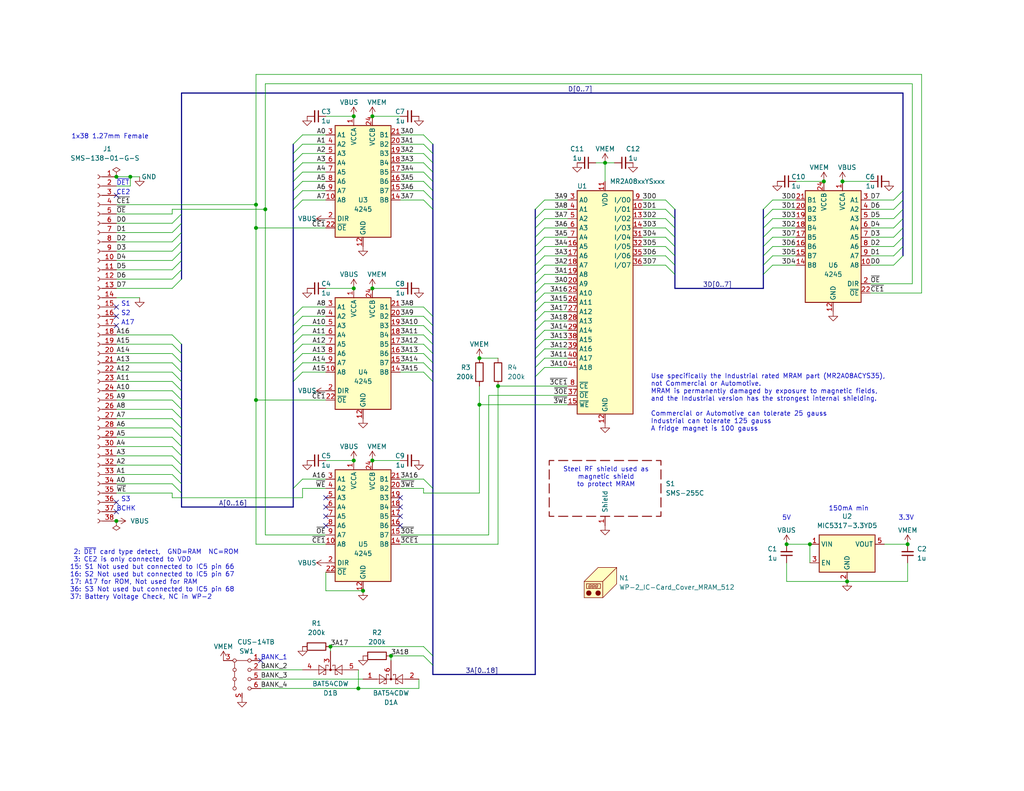
<source format=kicad_sch>
(kicad_sch (version 20231120) (generator "eeschema") (generator_version "8.0")
  (paper "USLetter")
  (title_block (title "WP-2_IC-Card_MRAM_512K") (date "2024-08-22") (rev "015") (company "Brian K. White - b.kenyon.w@gmail.com"))
  (junction (at 69.85 62.23))
  (junction (at 106.68 179.07))
  (junction (at 72.39 57.15))
  (junction (at 101.6 78.74))
  (junction (at 214.63 148.59))
  (junction (at 101.6 125.73))
  (junction (at 31.75 142.24))
  (junction (at 231.14 158.75))
  (junction (at 247.65 148.59))
  (junction (at 229.87 49.53))
  (junction (at 165.1 44.45))
  (junction (at 69.85 109.22))
  (junction (at 97.79 187.96))
  (junction (at 99.06 161.29))
  (junction (at 90.17 176.53))
  (junction (at 101.6 31.75))
  (junction (at 96.52 78.74))
  (junction (at 135.89 105.41))
  (junction (at 224.79 49.53))
  (junction (at 69.85 55.88))
  (junction (at 35.56 48.26))
  (junction (at 220.98 148.59))
  (junction (at 130.81 97.79))
  (junction (at 96.52 125.73))
  (junction (at 96.52 31.75))
  (junction (at 130.81 110.49))
  (junction (at 31.75 48.26))
  (no_connect (at 88.9 138.43))
  (no_connect (at 88.9 140.97))
  (no_connect (at 31.75 53.34))
  (no_connect (at 31.75 86.36))
  (no_connect (at 109.22 138.43))
  (no_connect (at 31.75 139.7))
  (no_connect (at 88.9 135.89))
  (no_connect (at 109.22 135.89))
  (no_connect (at 31.75 137.16))
  (no_connect (at 109.22 140.97))
  (no_connect (at 88.9 143.51))
  (no_connect (at 71.12 180.34))
  (no_connect (at 31.75 88.9))
  (no_connect (at 109.22 143.51))
  (no_connect (at 31.75 83.82))
  (bus_entry (at 49.53 66.04) (size -2.54 2.54))
  (bus_entry (at 184.15 62.23) (size -2.54 -2.54))
  (bus_entry (at 208.28 64.77) (size 2.54 -2.54))
  (bus_entry (at 118.11 96.52) (size -2.54 -2.54))
  (bus_entry (at 184.15 67.31) (size -2.54 -2.54))
  (bus_entry (at 146.05 95.25) (size 2.54 -2.54))
  (bus_entry (at 146.05 80.01) (size 2.54 -2.54))
  (bus_entry (at 246.38 67.31) (size -2.54 2.54))
  (bus_entry (at 49.53 121.92) (size -2.54 -2.54))
  (bus_entry (at 208.28 72.39) (size 2.54 -2.54))
  (bus_entry (at 146.05 97.79) (size 2.54 -2.54))
  (bus_entry (at 146.05 64.77) (size 2.54 -2.54))
  (bus_entry (at 184.15 69.85) (size -2.54 -2.54))
  (bus_entry (at 80.01 57.15) (size 2.54 -2.54))
  (bus_entry (at 118.11 39.37) (size -2.54 -2.54))
  (bus_entry (at 118.11 99.06) (size -2.54 -2.54))
  (bus_entry (at 246.38 54.61) (size -2.54 2.54))
  (bus_entry (at 118.11 41.91) (size -2.54 -2.54))
  (bus_entry (at 49.53 71.12) (size -2.54 2.54))
  (bus_entry (at 49.53 129.54) (size -2.54 -2.54))
  (bus_entry (at 246.38 59.69) (size -2.54 2.54))
  (bus_entry (at 146.05 82.55) (size 2.54 -2.54))
  (bus_entry (at 118.11 133.35) (size -2.54 -2.54))
  (bus_entry (at 146.05 67.31) (size 2.54 -2.54))
  (bus_entry (at 80.01 44.45) (size 2.54 -2.54))
  (bus_entry (at 246.38 57.15) (size -2.54 2.54))
  (bus_entry (at 118.11 93.98) (size -2.54 -2.54))
  (bus_entry (at 146.05 62.23) (size 2.54 -2.54))
  (bus_entry (at 118.11 44.45) (size -2.54 -2.54))
  (bus_entry (at 146.05 100.33) (size 2.54 -2.54))
  (bus_entry (at 80.01 41.91) (size 2.54 -2.54))
  (bus_entry (at 80.01 133.35) (size 2.54 -2.54))
  (bus_entry (at 208.28 69.85) (size 2.54 -2.54))
  (bus_entry (at 246.38 64.77) (size -2.54 2.54))
  (bus_entry (at 146.05 57.15) (size 2.54 -2.54))
  (bus_entry (at 80.01 54.61) (size 2.54 -2.54))
  (bus_entry (at 208.28 62.23) (size 2.54 -2.54))
  (bus_entry (at 49.53 101.6) (size -2.54 -2.54))
  (bus_entry (at 118.11 104.14) (size -2.54 -2.54))
  (bus_entry (at 146.05 85.09) (size 2.54 -2.54))
  (bus_entry (at 49.53 116.84) (size -2.54 -2.54))
  (bus_entry (at 118.11 54.61) (size -2.54 -2.54))
  (bus_entry (at 49.53 96.52) (size -2.54 -2.54))
  (bus_entry (at 146.05 77.47) (size 2.54 -2.54))
  (bus_entry (at 184.15 57.15) (size -2.54 -2.54))
  (bus_entry (at 49.53 124.46) (size -2.54 -2.54))
  (bus_entry (at 49.53 63.5) (size -2.54 2.54))
  (bus_entry (at 208.28 57.15) (size 2.54 -2.54))
  (bus_entry (at 80.01 52.07) (size 2.54 -2.54))
  (bus_entry (at 146.05 92.71) (size 2.54 -2.54))
  (bus_entry (at 118.11 86.36) (size -2.54 -2.54))
  (bus_entry (at 118.11 91.44) (size -2.54 -2.54))
  (bus_entry (at 80.01 88.9) (size 2.54 -2.54))
  (bus_entry (at 80.01 91.44) (size 2.54 -2.54))
  (bus_entry (at 146.05 87.63) (size 2.54 -2.54))
  (bus_entry (at 146.05 102.87) (size 2.54 -2.54))
  (bus_entry (at 80.01 46.99) (size 2.54 -2.54))
  (bus_entry (at 49.53 134.62) (size -2.54 -2.54))
  (bus_entry (at 49.53 106.68) (size -2.54 -2.54))
  (bus_entry (at 49.53 68.58) (size -2.54 2.54))
  (bus_entry (at 208.28 59.69) (size 2.54 -2.54))
  (bus_entry (at 184.15 74.93) (size -2.54 -2.54))
  (bus_entry (at 49.53 114.3) (size -2.54 -2.54))
  (bus_entry (at 184.15 72.39) (size -2.54 -2.54))
  (bus_entry (at 146.05 90.17) (size 2.54 -2.54))
  (bus_entry (at 80.01 39.37) (size 2.54 -2.54))
  (bus_entry (at 208.28 67.31) (size 2.54 -2.54))
  (bus_entry (at 118.11 181.61) (size -2.54 -2.54))
  (bus_entry (at 118.11 46.99) (size -2.54 -2.54))
  (bus_entry (at 80.01 86.36) (size 2.54 -2.54))
  (bus_entry (at 49.53 99.06) (size -2.54 -2.54))
  (bus_entry (at 246.38 69.85) (size -2.54 2.54))
  (bus_entry (at 49.53 111.76) (size -2.54 -2.54))
  (bus_entry (at 118.11 88.9) (size -2.54 -2.54))
  (bus_entry (at 80.01 101.6) (size 2.54 -2.54))
  (bus_entry (at 246.38 52.07) (size -2.54 2.54))
  (bus_entry (at 49.53 58.42) (size -2.54 2.54))
  (bus_entry (at 49.53 119.38) (size -2.54 -2.54))
  (bus_entry (at 80.01 93.98) (size 2.54 -2.54))
  (bus_entry (at 146.05 74.93) (size 2.54 -2.54))
  (bus_entry (at 146.05 72.39) (size 2.54 -2.54))
  (bus_entry (at 115.57 176.53) (size 2.54 2.54))
  (bus_entry (at 118.11 52.07) (size -2.54 -2.54))
  (bus_entry (at 49.53 73.66) (size -2.54 2.54))
  (bus_entry (at 49.53 127) (size -2.54 -2.54))
  (bus_entry (at 208.28 74.93) (size 2.54 -2.54))
  (bus_entry (at 49.53 60.96) (size -2.54 2.54))
  (bus_entry (at 146.05 59.69) (size 2.54 -2.54))
  (bus_entry (at 49.53 132.08) (size -2.54 -2.54))
  (bus_entry (at 49.53 93.98) (size -2.54 -2.54))
  (bus_entry (at 184.15 59.69) (size -2.54 -2.54))
  (bus_entry (at 80.01 104.14) (size 2.54 -2.54))
  (bus_entry (at 49.53 104.14) (size -2.54 -2.54))
  (bus_entry (at 80.01 99.06) (size 2.54 -2.54))
  (bus_entry (at 49.53 76.2) (size -2.54 2.54))
  (bus_entry (at 80.01 96.52) (size 2.54 -2.54))
  (bus_entry (at 118.11 101.6) (size -2.54 -2.54))
  (bus_entry (at 118.11 57.15) (size -2.54 -2.54))
  (bus_entry (at 80.01 49.53) (size 2.54 -2.54))
  (bus_entry (at 246.38 62.23) (size -2.54 2.54))
  (bus_entry (at 184.15 64.77) (size -2.54 -2.54))
  (bus_entry (at 49.53 109.22) (size -2.54 -2.54))
  (bus_entry (at 146.05 69.85) (size 2.54 -2.54))
  (bus_entry (at 118.11 49.53) (size -2.54 -2.54))
  (wire (pts (xy 165.1 44.45) (xy 165.1 49.53)))
  (wire (pts (xy 175.26 54.61) (xy 181.61 54.61)))
  (bus (pts (xy 80.01 41.91) (xy 80.01 44.45)))
  (bus (pts (xy 118.11 52.07) (xy 118.11 49.53)))
  (wire (pts (xy 175.26 62.23) (xy 181.61 62.23)))
  (wire (pts (xy 214.63 158.75) (xy 231.14 158.75)))
  (wire (pts (xy 72.39 57.15) (xy 72.39 22.86)))
  (wire (pts (xy 154.94 67.31) (xy 148.59 67.31)))
  (wire (pts (xy 109.22 31.75) (xy 101.6 31.75)))
  (bus (pts (xy 49.53 138.43) (xy 49.53 134.62)))
  (wire (pts (xy 154.94 87.63) (xy 148.59 87.63)))
  (wire (pts (xy 31.75 71.12) (xy 46.99 71.12)))
  (wire (pts (xy 237.49 62.23) (xy 243.84 62.23)))
  (bus (pts (xy 146.05 100.33) (xy 146.05 102.87)))
  (bus (pts (xy 118.11 96.52) (xy 118.11 93.98)))
  (bus (pts (xy 49.53 104.14) (xy 49.53 106.68)))
  (wire (pts (xy 72.39 146.05) (xy 88.9 146.05)))
  (wire (pts (xy 88.9 36.83) (xy 82.55 36.83)))
  (wire (pts (xy 217.17 69.85) (xy 210.82 69.85)))
  (bus (pts (xy 49.53 73.66) (xy 49.53 76.2)))
  (wire (pts (xy 237.49 57.15) (xy 243.84 57.15)))
  (wire (pts (xy 109.22 44.45) (xy 115.57 44.45)))
  (wire (pts (xy 31.75 58.42) (xy 46.99 58.42)))
  (wire (pts (xy 231.14 158.75) (xy 247.65 158.75)))
  (bus (pts (xy 118.11 54.61) (xy 118.11 57.15)))
  (wire (pts (xy 88.9 52.07) (xy 82.55 52.07)))
  (bus (pts (xy 49.53 25.4) (xy 49.53 58.42)))
  (wire (pts (xy 31.75 93.98) (xy 46.99 93.98)))
  (wire (pts (xy 31.75 132.08) (xy 46.99 132.08)))
  (wire (pts (xy 109.22 91.44) (xy 115.57 91.44)))
  (wire (pts (xy 237.49 54.61) (xy 243.84 54.61)))
  (wire (pts (xy 130.81 110.49) (xy 154.94 110.49)))
  (wire (pts (xy 88.9 49.53) (xy 82.55 49.53)))
  (bus (pts (xy 80.01 96.52) (xy 80.01 93.98)))
  (wire (pts (xy 71.12 185.42) (xy 99.06 185.42)))
  (bus (pts (xy 49.53 96.52) (xy 49.53 99.06)))
  (bus (pts (xy 246.38 64.77) (xy 246.38 62.23)))
  (bus (pts (xy 49.53 106.68) (xy 49.53 109.22)))
  (wire (pts (xy 31.75 129.54) (xy 46.99 129.54)))
  (bus (pts (xy 80.01 49.53) (xy 80.01 46.99)))
  (wire (pts (xy 115.57 134.62) (xy 130.81 134.62)))
  (wire (pts (xy 109.22 78.74) (xy 101.6 78.74)))
  (bus (pts (xy 80.01 101.6) (xy 80.01 99.06)))
  (wire (pts (xy 88.9 86.36) (xy 82.55 86.36)))
  (bus (pts (xy 118.11 39.37) (xy 118.11 41.91)))
  (bus (pts (xy 118.11 179.07) (xy 118.11 181.61)))
  (wire (pts (xy 88.9 93.98) (xy 82.55 93.98)))
  (bus (pts (xy 118.11 52.07) (xy 118.11 54.61)))
  (bus (pts (xy 49.53 71.12) (xy 49.53 73.66)))
  (bus (pts (xy 118.11 99.06) (xy 118.11 96.52)))
  (wire (pts (xy 88.9 96.52) (xy 82.55 96.52)))
  (wire (pts (xy 88.9 78.74) (xy 96.52 78.74)))
  (wire (pts (xy 99.06 161.29) (xy 88.9 161.29)))
  (wire (pts (xy 115.57 133.35) (xy 115.57 134.62)))
  (wire (pts (xy 71.12 187.96) (xy 97.79 187.96)))
  (wire (pts (xy 82.55 133.35) (xy 88.9 133.35)))
  (wire (pts (xy 217.17 72.39) (xy 210.82 72.39)))
  (bus (pts (xy 49.53 138.43) (xy 80.01 138.43)))
  (wire (pts (xy 217.17 64.77) (xy 210.82 64.77)))
  (bus (pts (xy 80.01 52.07) (xy 80.01 49.53)))
  (wire (pts (xy 237.49 72.39) (xy 243.84 72.39)))
  (wire (pts (xy 109.22 39.37) (xy 115.57 39.37)))
  (bus (pts (xy 80.01 44.45) (xy 80.01 46.99)))
  (bus (pts (xy 208.28 64.77) (xy 208.28 67.31)))
  (wire (pts (xy 109.22 99.06) (xy 115.57 99.06)))
  (wire (pts (xy 154.94 80.01) (xy 148.59 80.01)))
  (bus (pts (xy 184.15 72.39) (xy 184.15 69.85)))
  (bus (pts (xy 246.38 57.15) (xy 246.38 54.61)))
  (wire (pts (xy 88.9 91.44) (xy 82.55 91.44)))
  (wire (pts (xy 251.46 20.32) (xy 69.85 20.32)))
  (wire (pts (xy 35.56 48.26) (xy 31.75 48.26)))
  (wire (pts (xy 88.9 44.45) (xy 82.55 44.45)))
  (wire (pts (xy 175.26 57.15) (xy 181.61 57.15)))
  (wire (pts (xy 31.75 76.2) (xy 46.99 76.2)))
  (bus (pts (xy 146.05 59.69) (xy 146.05 62.23)))
  (bus (pts (xy 118.11 99.06) (xy 118.11 101.6)))
  (bus (pts (xy 80.01 93.98) (xy 80.01 91.44)))
  (wire (pts (xy 220.98 148.59) (xy 214.63 148.59)))
  (wire (pts (xy 175.26 64.77) (xy 181.61 64.77)))
  (bus (pts (xy 184.15 78.74) (xy 208.28 78.74)))
  (bus (pts (xy 184.15 69.85) (xy 184.15 67.31)))
  (bus (pts (xy 118.11 93.98) (xy 118.11 91.44)))
  (wire (pts (xy 237.49 69.85) (xy 243.84 69.85)))
  (bus (pts (xy 49.53 66.04) (xy 49.53 68.58)))
  (bus (pts (xy 49.53 63.5) (xy 49.53 66.04)))
  (wire (pts (xy 130.81 97.79) (xy 135.89 97.79)))
  (bus (pts (xy 146.05 72.39) (xy 146.05 74.93)))
  (wire (pts (xy 154.94 92.71) (xy 148.59 92.71)))
  (wire (pts (xy 109.22 36.83) (xy 115.57 36.83)))
  (wire (pts (xy 31.75 121.92) (xy 46.99 121.92)))
  (wire (pts (xy 46.99 134.62) (xy 46.99 135.89)))
  (wire (pts (xy 69.85 20.32) (xy 69.85 55.88)))
  (wire (pts (xy 38.1 81.28) (xy 31.75 81.28)))
  (wire (pts (xy 31.75 68.58) (xy 46.99 68.58)))
  (bus (pts (xy 49.53 109.22) (xy 49.53 111.76)))
  (bus (pts (xy 184.15 74.93) (xy 184.15 72.39)))
  (bus (pts (xy 146.05 57.15) (xy 146.05 59.69)))
  (wire (pts (xy 109.22 148.59) (xy 135.89 148.59)))
  (bus (pts (xy 146.05 69.85) (xy 146.05 72.39)))
  (wire (pts (xy 31.75 96.52) (xy 46.99 96.52)))
  (wire (pts (xy 114.3 187.96) (xy 114.3 185.42)))
  (wire (pts (xy 90.17 176.53) (xy 115.57 176.53)))
  (bus (pts (xy 118.11 133.35) (xy 118.11 179.07)))
  (wire (pts (xy 248.92 22.86) (xy 248.92 77.47)))
  (bus (pts (xy 246.38 25.4) (xy 49.53 25.4)))
  (wire (pts (xy 109.22 125.73) (xy 101.6 125.73)))
  (wire (pts (xy 69.85 62.23) (xy 88.9 62.23)))
  (wire (pts (xy 69.85 148.59) (xy 88.9 148.59)))
  (wire (pts (xy 106.68 179.07) (xy 106.68 180.34)))
  (wire (pts (xy 38.1 48.26) (xy 35.56 48.26)))
  (wire (pts (xy 69.85 62.23) (xy 69.85 109.22)))
  (wire (pts (xy 31.75 114.3) (xy 46.99 114.3)))
  (wire (pts (xy 217.17 57.15) (xy 210.82 57.15)))
  (wire (pts (xy 31.75 104.14) (xy 46.99 104.14)))
  (wire (pts (xy 220.98 148.59) (xy 220.98 153.67)))
  (wire (pts (xy 106.68 179.07) (xy 115.57 179.07)))
  (bus (pts (xy 208.28 64.77) (xy 208.28 62.23)))
  (wire (pts (xy 154.94 74.93) (xy 148.59 74.93)))
  (bus (pts (xy 208.28 72.39) (xy 208.28 69.85)))
  (wire (pts (xy 31.75 119.38) (xy 46.99 119.38)))
  (bus (pts (xy 49.53 132.08) (xy 49.53 129.54)))
  (wire (pts (xy 135.89 148.59) (xy 135.89 105.41)))
  (bus (pts (xy 146.05 64.77) (xy 146.05 67.31)))
  (bus (pts (xy 146.05 92.71) (xy 146.05 95.25)))
  (wire (pts (xy 69.85 109.22) (xy 88.9 109.22)))
  (wire (pts (xy 130.81 105.41) (xy 130.81 110.49)))
  (bus (pts (xy 118.11 88.9) (xy 118.11 86.36)))
  (bus (pts (xy 49.53 101.6) (xy 49.53 104.14)))
  (bus (pts (xy 80.01 133.35) (xy 80.01 138.43)))
  (wire (pts (xy 154.94 54.61) (xy 148.59 54.61)))
  (bus (pts (xy 146.05 80.01) (xy 146.05 82.55)))
  (wire (pts (xy 217.17 49.53) (xy 224.79 49.53)))
  (bus (pts (xy 118.11 44.45) (xy 118.11 41.91)))
  (bus (pts (xy 49.53 114.3) (xy 49.53 116.84)))
  (bus (pts (xy 146.05 67.31) (xy 146.05 69.85)))
  (bus (pts (xy 146.05 97.79) (xy 146.05 100.33)))
  (wire (pts (xy 31.75 124.46) (xy 46.99 124.46)))
  (bus (pts (xy 246.38 52.07) (xy 246.38 25.4)))
  (wire (pts (xy 31.75 91.44) (xy 46.99 91.44)))
  (wire (pts (xy 154.94 77.47) (xy 148.59 77.47)))
  (wire (pts (xy 31.75 111.76) (xy 46.99 111.76)))
  (wire (pts (xy 109.22 93.98) (xy 115.57 93.98)))
  (wire (pts (xy 109.22 88.9) (xy 115.57 88.9)))
  (bus (pts (xy 49.53 111.76) (xy 49.53 114.3)))
  (wire (pts (xy 71.12 182.88) (xy 82.55 182.88)))
  (wire (pts (xy 88.9 46.99) (xy 82.55 46.99)))
  (wire (pts (xy 46.99 57.15) (xy 72.39 57.15)))
  (bus (pts (xy 118.11 184.15) (xy 146.05 184.15)))
  (bus (pts (xy 118.11 91.44) (xy 118.11 88.9)))
  (wire (pts (xy 31.75 99.06) (xy 46.99 99.06)))
  (wire (pts (xy 72.39 22.86) (xy 248.92 22.86)))
  (wire (pts (xy 154.94 72.39) (xy 148.59 72.39)))
  (bus (pts (xy 49.53 58.42) (xy 49.53 60.96)))
  (bus (pts (xy 208.28 74.93) (xy 208.28 72.39)))
  (wire (pts (xy 88.9 31.75) (xy 96.52 31.75)))
  (bus (pts (xy 146.05 102.87) (xy 146.05 184.15)))
  (wire (pts (xy 46.99 135.89) (xy 82.55 135.89)))
  (wire (pts (xy 109.22 133.35) (xy 115.57 133.35)))
  (wire (pts (xy 31.75 109.22) (xy 46.99 109.22)))
  (wire (pts (xy 133.35 146.05) (xy 133.35 107.95)))
  (wire (pts (xy 237.49 77.47) (xy 248.92 77.47)))
  (wire (pts (xy 88.9 54.61) (xy 82.55 54.61)))
  (wire (pts (xy 88.9 130.81) (xy 82.55 130.81)))
  (wire (pts (xy 162.56 44.45) (xy 165.1 44.45)))
  (wire (pts (xy 97.79 182.88) (xy 97.79 187.96)))
  (wire (pts (xy 133.35 107.95) (xy 154.94 107.95)))
  (bus (pts (xy 184.15 59.69) (xy 184.15 57.15)))
  (wire (pts (xy 109.22 46.99) (xy 115.57 46.99)))
  (bus (pts (xy 118.11 57.15) (xy 118.11 86.36)))
  (wire (pts (xy 97.79 187.96) (xy 114.3 187.96)))
  (bus (pts (xy 246.38 54.61) (xy 246.38 52.07)))
  (bus (pts (xy 146.05 95.25) (xy 146.05 97.79)))
  (wire (pts (xy 154.94 57.15) (xy 148.59 57.15)))
  (bus (pts (xy 118.11 101.6) (xy 118.11 104.14)))
  (wire (pts (xy 135.89 105.41) (xy 154.94 105.41)))
  (wire (pts (xy 154.94 82.55) (xy 148.59 82.55)))
  (wire (pts (xy 35.56 50.8) (xy 31.75 50.8)))
  (bus (pts (xy 49.53 119.38) (xy 49.53 121.92)))
  (wire (pts (xy 109.22 41.91) (xy 115.57 41.91)))
  (wire (pts (xy 88.9 161.29) (xy 88.9 156.21)))
  (wire (pts (xy 217.17 59.69) (xy 210.82 59.69)))
  (bus (pts (xy 208.28 62.23) (xy 208.28 59.69)))
  (wire (pts (xy 31.75 60.96) (xy 46.99 60.96)))
  (bus (pts (xy 80.01 57.15) (xy 80.01 86.36)))
  (bus (pts (xy 208.28 67.31) (xy 208.28 69.85)))
  (bus (pts (xy 118.11 181.61) (xy 118.11 184.15)))
  (bus (pts (xy 80.01 104.14) (xy 80.01 133.35)))
  (bus (pts (xy 146.05 87.63) (xy 146.05 90.17)))
  (bus (pts (xy 80.01 91.44) (xy 80.01 88.9)))
  (wire (pts (xy 46.99 57.15) (xy 46.99 58.42)))
  (wire (pts (xy 251.46 20.32) (xy 251.46 80.01)))
  (wire (pts (xy 154.94 62.23) (xy 148.59 62.23)))
  (bus (pts (xy 80.01 39.37) (xy 80.01 41.91)))
  (bus (pts (xy 146.05 90.17) (xy 146.05 92.71)))
  (wire (pts (xy 31.75 66.04) (xy 46.99 66.04)))
  (wire (pts (xy 241.3 148.59) (xy 247.65 148.59)))
  (bus (pts (xy 80.01 54.61) (xy 80.01 57.15)))
  (wire (pts (xy 154.94 90.17) (xy 148.59 90.17)))
  (wire (pts (xy 109.22 86.36) (xy 115.57 86.36)))
  (wire (pts (xy 35.56 48.26) (xy 35.56 50.8)))
  (wire (pts (xy 154.94 85.09) (xy 148.59 85.09)))
  (wire (pts (xy 217.17 67.31) (xy 210.82 67.31)))
  (wire (pts (xy 175.26 67.31) (xy 181.61 67.31)))
  (wire (pts (xy 82.55 135.89) (xy 82.55 133.35)))
  (wire (pts (xy 109.22 130.81) (xy 115.57 130.81)))
  (bus (pts (xy 49.53 127) (xy 49.53 129.54)))
  (wire (pts (xy 109.22 52.07) (xy 115.57 52.07)))
  (wire (pts (xy 175.26 72.39) (xy 181.61 72.39)))
  (wire (pts (xy 214.63 153.67) (xy 214.63 158.75)))
  (wire (pts (xy 90.17 176.53) (xy 90.17 177.8)))
  (bus (pts (xy 146.05 85.09) (xy 146.05 87.63)))
  (bus (pts (xy 49.53 99.06) (xy 49.53 101.6)))
  (bus (pts (xy 118.11 49.53) (xy 118.11 46.99)))
  (wire (pts (xy 88.9 125.73) (xy 96.52 125.73)))
  (bus (pts (xy 80.01 54.61) (xy 80.01 52.07)))
  (wire (pts (xy 72.39 57.15) (xy 72.39 146.05)))
  (wire (pts (xy 154.94 97.79) (xy 148.59 97.79)))
  (wire (pts (xy 88.9 101.6) (xy 82.55 101.6)))
  (wire (pts (xy 31.75 73.66) (xy 46.99 73.66)))
  (bus (pts (xy 246.38 69.85) (xy 246.38 67.31)))
  (bus (pts (xy 146.05 82.55) (xy 146.05 85.09)))
  (bus (pts (xy 208.28 78.74) (xy 208.28 74.93)))
  (wire (pts (xy 237.49 67.31) (xy 243.84 67.31)))
  (wire (pts (xy 31.75 55.88) (xy 69.85 55.88)))
  (bus (pts (xy 184.15 67.31) (xy 184.15 64.77)))
  (wire (pts (xy 237.49 64.77) (xy 243.84 64.77)))
  (wire (pts (xy 217.17 54.61) (xy 210.82 54.61)))
  (wire (pts (xy 154.94 64.77) (xy 148.59 64.77)))
  (wire (pts (xy 175.26 69.85) (xy 181.61 69.85)))
  (bus (pts (xy 184.15 64.77) (xy 184.15 62.23)))
  (bus (pts (xy 246.38 67.31) (xy 246.38 64.77)))
  (bus (pts (xy 49.53 124.46) (xy 49.53 127)))
  (wire (pts (xy 88.9 88.9) (xy 82.55 88.9)))
  (bus (pts (xy 49.53 116.84) (xy 49.53 119.38)))
  (wire (pts (xy 109.22 96.52) (xy 115.57 96.52)))
  (bus (pts (xy 184.15 62.23) (xy 184.15 59.69)))
  (wire (pts (xy 46.99 134.62) (xy 31.75 134.62)))
  (wire (pts (xy 109.22 101.6) (xy 115.57 101.6)))
  (wire (pts (xy 109.22 54.61) (xy 115.57 54.61)))
  (bus (pts (xy 246.38 59.69) (xy 246.38 57.15)))
  (wire (pts (xy 154.94 100.33) (xy 148.59 100.33)))
  (wire (pts (xy 154.94 59.69) (xy 148.59 59.69)))
  (bus (pts (xy 246.38 62.23) (xy 246.38 59.69)))
  (wire (pts (xy 154.94 69.85) (xy 148.59 69.85)))
  (bus (pts (xy 49.53 68.58) (xy 49.53 71.12)))
  (wire (pts (xy 109.22 83.82) (xy 115.57 83.82)))
  (wire (pts (xy 31.75 63.5) (xy 46.99 63.5)))
  (wire (pts (xy 31.75 116.84) (xy 46.99 116.84)))
  (bus (pts (xy 146.05 77.47) (xy 146.05 80.01)))
  (wire (pts (xy 31.75 127) (xy 46.99 127)))
  (bus (pts (xy 49.53 121.92) (xy 49.53 124.46)))
  (wire (pts (xy 31.75 78.74) (xy 46.99 78.74)))
  (wire (pts (xy 130.81 134.62) (xy 130.81 110.49)))
  (bus (pts (xy 49.53 134.62) (xy 49.53 132.08)))
  (wire (pts (xy 88.9 99.06) (xy 82.55 99.06)))
  (wire (pts (xy 31.75 101.6) (xy 46.99 101.6)))
  (bus (pts (xy 80.01 104.14) (xy 80.01 101.6)))
  (wire (pts (xy 247.65 158.75) (xy 247.65 153.67)))
  (bus (pts (xy 184.15 78.74) (xy 184.15 74.93)))
  (bus (pts (xy 146.05 62.23) (xy 146.05 64.77)))
  (bus (pts (xy 118.11 46.99) (xy 118.11 44.45)))
  (wire (pts (xy 88.9 83.82) (xy 82.55 83.82)))
  (bus (pts (xy 118.11 104.14) (xy 118.11 133.35)))
  (wire (pts (xy 167.64 44.45) (xy 165.1 44.45)))
  (wire (pts (xy 217.17 62.23) (xy 210.82 62.23)))
  (bus (pts (xy 80.01 99.06) (xy 80.01 96.52)))
  (wire (pts (xy 88.9 41.91) (xy 82.55 41.91)))
  (bus (pts (xy 208.28 59.69) (xy 208.28 57.15)))
  (wire (pts (xy 237.49 80.01) (xy 251.46 80.01)))
  (wire (pts (xy 88.9 39.37) (xy 82.55 39.37)))
  (bus (pts (xy 49.53 60.96) (xy 49.53 63.5)))
  (wire (pts (xy 69.85 55.88) (xy 69.85 62.23)))
  (wire (pts (xy 237.49 59.69) (xy 243.84 59.69)))
  (bus (pts (xy 146.05 74.93) (xy 146.05 77.47)))
  (wire (pts (xy 69.85 109.22) (xy 69.85 148.59)))
  (wire (pts (xy 109.22 146.05) (xy 133.35 146.05)))
  (wire (pts (xy 31.75 106.68) (xy 46.99 106.68)))
  (wire (pts (xy 175.26 59.69) (xy 181.61 59.69)))
  (wire (pts (xy 237.49 49.53) (xy 229.87 49.53)))
  (bus (pts (xy 49.53 93.98) (xy 49.53 96.52)))
  (bus (pts (xy 80.01 88.9) (xy 80.01 86.36)))
  (wire (pts (xy 154.94 95.25) (xy 148.59 95.25)))
  (wire (pts (xy 109.22 49.53) (xy 115.57 49.53)))
  (text "Use specifically the Industrial rated MRAM part (MR2A08ACYS35),\nnot Commercial or Automotive.\nMRAM is permanently damaged by exposure to magnetic fields,\nand the Industrial version has the strongest internal shielding.\n\nCommercial or Automotive can tolerate 25 gauss\nIndustrial can tolerate 125 gauss\nA fridge magnet is 100 gauss\n" (at 177.546 102.108 0) (effects (font (size 1.27 1.27)) (justify left top)))
  (text "5V" (at 213.36 142.24 0) (effects (font (size 1.27 1.27)) (justify left bottom)))
  (text "Steel RF shield used as\nmagnetic shield\nto protect MRAM" (at 165.354 130.302 0) (effects (font (size 1.27 1.27))))
  (text "BCHK" (at 31.75 139.7 0) (effects (font (size 1.27 1.27)) (justify left bottom)))
  (text "CE2" (at 31.75 53.34 0) (effects (font (size 1.27 1.27)) (justify left bottom)))
  (text "S1" (at 33.02 83.82 0) (effects (font (size 1.27 1.27)) (justify left bottom)))
  (text "A17" (at 33.02 88.9 0) (effects (font (size 1.27 1.27)) (justify left bottom)))
  (text "1x38 1.27mm Female" (at 40.64 38.1 0) (effects (font (size 1.27 1.27)) (justify right bottom)))
  (text "~{DET}" (at 31.75 50.8 0) (effects (font (size 1.27 1.27)) (justify left bottom)))
  (text "150mA min" (at 226.06 139.7 0) (effects (font (size 1.27 1.27)) (justify left bottom)))
  (text "S2" (at 33.02 86.36 0) (effects (font (size 1.27 1.27)) (justify left bottom)))
  (text " 2: ~{DET} card type detect,  GND=RAM  NC=ROM\n 3: CE2 is only connected to VDD\n15: S1 Not used but connected to IC5 pin 66\n16: S2 Not used but connected to IC5 pin 67\n17: A17 for ROM, Not used for RAM\n36: S3 Not used but connected to IC5 pin 68\n37: Battery Voltage Check, NC in WP-2\n" (at 19.05 163.83 0) (effects (font (size 1.27 1.27)) (justify left bottom)))
  (text "BANK_1" (at 71.12 180.34 0) (effects (font (size 1.27 1.27)) (justify left bottom)))
  (text "S3" (at 33.02 137.16 0) (effects (font (size 1.27 1.27)) (justify left bottom)))
  (text "3.3V" (at 245.11 142.24 0) (effects (font (size 1.27 1.27)) (justify left bottom)))
  (label "BANK_2" (at 71.12 182.88 0))
  (label "3D3" (at 175.26 62.23 0))
  (label "3A13" (at 154.94 92.71 180))
  (label "A10" (at 31.75 106.68 0))
  (label "D6" (at 237.49 57.15 0))
  (label "~{WE}" (at 88.9 133.35 180))
  (label "~{3OE}" (at 154.94 107.95 180))
  (label "3A12" (at 109.22 93.98 0))
  (label "3A6" (at 154.94 62.23 180))
  (label "A14" (at 88.9 99.06 180))
  (label "~{3CE1}" (at 109.22 148.59 0))
  (label "D0" (at 31.75 60.96 0))
  (label "3A4" (at 154.94 67.31 180))
  (label "D1" (at 237.49 69.85 0))
  (label "3D4" (at 217.17 72.39 180))
  (label "A11" (at 31.75 104.14 0))
  (label "~{CE1}" (at 31.75 55.88 0))
  (label "D0" (at 237.49 72.39 0))
  (label "3D7" (at 175.26 72.39 0))
  (label "3A0" (at 154.94 77.47 180))
  (label "A9" (at 88.9 86.36 180))
  (label "D[0..7]" (at 154.94 25.4 0))
  (label "3A3" (at 109.22 44.45 0))
  (label "D3" (at 31.75 68.58 0))
  (label "A9" (at 31.75 109.22 0))
  (label "A8" (at 88.9 83.82 180))
  (label "3A5" (at 109.22 49.53 0))
  (label "A15" (at 88.9 101.6 180))
  (label "D7" (at 31.75 78.74 0))
  (label "A14" (at 31.75 96.52 0))
  (label "A16" (at 31.75 91.44 0))
  (label "3A13" (at 109.22 96.52 0))
  (label "3D5" (at 175.26 67.31 0))
  (label "~{3CE1}" (at 154.94 105.41 180))
  (label "3A12" (at 154.94 95.25 180))
  (label "~{3WE}" (at 109.22 133.35 0))
  (label "3A17" (at 90.17 176.53 0))
  (label "3A16" (at 109.22 130.81 0))
  (label "A13" (at 88.9 96.52 180))
  (label "BANK_4" (at 71.12 187.96 0))
  (label "A8" (at 31.75 111.76 0))
  (label "A1" (at 88.9 39.37 180))
  (label "3A1" (at 154.94 74.93 180))
  (label "A12" (at 88.9 93.98 180))
  (label "3D3" (at 217.17 59.69 180))
  (label "A3" (at 88.9 44.45 180))
  (label "BANK_3" (at 71.12 185.42 0))
  (label "3A17" (at 154.94 85.09 180))
  (label "3A7" (at 154.94 59.69 180))
  (label "3D[0..7]" (at 191.77 78.74 0))
  (label "3A14" (at 109.22 99.06 0))
  (label "D3" (at 237.49 64.77 0))
  (label "D5" (at 31.75 73.66 0))
  (label "D7" (at 237.49 54.61 0))
  (label "A7" (at 31.75 114.3 0))
  (label "A15" (at 31.75 93.98 0))
  (label "A3" (at 31.75 124.46 0))
  (label "A10" (at 88.9 88.9 180))
  (label "3A8" (at 154.94 57.15 180))
  (label "A6" (at 88.9 52.07 180))
  (label "3A2" (at 154.94 72.39 180))
  (label "A12" (at 31.75 101.6 0))
  (label "D2" (at 237.49 67.31 0))
  (label "3A2" (at 109.22 41.91 0))
  (label "A5" (at 31.75 119.38 0))
  (label "A6" (at 31.75 116.84 0))
  (label "A11" (at 88.9 91.44 180))
  (label "3A[0..18]" (at 127 184.15 0))
  (label "D1" (at 31.75 63.5 0))
  (label "3A1" (at 109.22 39.37 0))
  (label "~{CE1}" (at 88.9 148.59 180))
  (label "~{3WE}" (at 154.94 110.49 180))
  (label "~{OE}" (at 31.75 58.42 0))
  (label "A2" (at 31.75 127 0))
  (label "A0" (at 88.9 36.83 180))
  (label "3D7" (at 217.17 64.77 180))
  (label "3D1" (at 217.17 57.15 180))
  (label "3A10" (at 109.22 88.9 0))
  (label "3A4" (at 109.22 46.99 0))
  (label "3D2" (at 175.26 59.69 0))
  (label "A7" (at 88.9 54.61 180))
  (label "~{OE}" (at 237.49 77.47 0))
  (label "A13" (at 31.75 99.06 0))
  (label "~{CE1}" (at 237.49 80.01 0))
  (label "~{OE}" (at 88.9 146.05 180))
  (label "A2" (at 88.9 41.91 180))
  (label "3A18" (at 154.94 87.63 180))
  (label "3A9" (at 154.94 54.61 180))
  (label "3A5" (at 154.94 64.77 180))
  (label "3A3" (at 154.94 69.85 180))
  (label "3D1" (at 175.26 57.15 0))
  (label "~{3OE}" (at 109.22 146.05 0))
  (label "A[0..16]" (at 59.69 138.43 0))
  (label "3A8" (at 109.22 83.82 0))
  (label "3D5" (at 217.17 69.85 180))
  (label "D4" (at 237.49 62.23 0))
  (label "3A10" (at 154.94 100.33 180))
  (label "3D0" (at 175.26 54.61 0))
  (label "A5" (at 88.9 49.53 180))
  (label "3A0" (at 109.22 36.83 0))
  (label "3D2" (at 217.17 62.23 180))
  (label "~{CE1}" (at 88.9 62.23 180))
  (label "3A16" (at 154.94 80.01 180))
  (label "D2" (at 31.75 66.04 0))
  (label "3A7" (at 109.22 54.61 0))
  (label "3A11" (at 109.22 91.44 0))
  (label "3D6" (at 175.26 69.85 0))
  (label "3A15" (at 154.94 82.55 180))
  (label "3D6" (at 217.17 67.31 180))
  (label "A16" (at 88.9 130.81 180))
  (label "3A14" (at 154.94 90.17 180))
  (label "A1" (at 31.75 129.54 0))
  (label "~{WE}" (at 31.75 134.62 0))
  (label "A0" (at 31.75 132.08 0))
  (label "3A15" (at 109.22 101.6 0))
  (label "D6" (at 31.75 76.2 0))
  (label "D5" (at 237.49 59.69 0))
  (label "3A18" (at 106.68 179.07 0))
  (label "3D4" (at 175.26 64.77 0))
  (label "~{CE1}" (at 88.9 109.22 180))
  (label "D4" (at 31.75 71.12 0))
  (label "3A6" (at 109.22 52.07 0))
  (label "3A9" (at 109.22 86.36 0))
  (label "A4" (at 88.9 46.99 180))
  (label "A4" (at 31.75 121.92 0))
  (label "3D0" (at 217.17 54.61 180))
  (label "3A11" (at 154.94 97.79 180))
  (symbol (lib_id "000_LOCAL:Conn_01x38_Female") (at 26.67 93.98 0) (mirror y) (unit 1)
    (property "Reference" "J1" (at 30.48 40.64 0) (effects (justify left)))
    (property "Value" "SMS-138-01-G-S" (at 38.1 43.18 0) (effects (justify left)))
    (property "Footprint" "000_LOCAL:SMS-138-01-x-x_pcb_edge" (effects (hide yes)))
    (property "Datasheet" "datasheets/sms_th.pdf" (effects (hide yes)))
    (property "Description" "CONN SOCKET .050\" 38POS" (effects (hide yes)))
    (property "MPN" "SMS-138-01-G-S" (effects (hide yes)))
  )
  (symbol (lib_id "000_LOCAL:GND") (at 165.1 115.57 0) (unit 1)
    (property "Reference" "#PWR0106" (effects (hide yes)))
    (property "Value" "GND" (effects (hide yes)))
  )
  (symbol (lib_id "000_LOCAL:GND") (at 38.1 81.28 0) (mirror y) (unit 1)
    (property "Reference" "#PWR0108" (effects (hide yes)))
    (property "Value" "GND" (effects (hide yes)))
  )
  (symbol (lib_name "C_Small_5") (lib_id "000_LOCAL:C_Small") (at 86.36 31.75 270) (unit 1)
    (property "Reference" "C3" (at 87.63 30.48 90) (effects (justify left)))
    (property "Value" "1u" (at 87.63 33.02 90) (effects (justify left)))
    (property "Footprint" "000_LOCAL:C_0805_1mm" (effects (hide yes)))
    (property "Description" "CAP CER 1UF 50V X7R 0805" (effects (hide yes)))
    (property "MPN" "CL21B105KBFNFNE" (effects (hide yes)))
  )
  (symbol (lib_name "BAT54CDW_1") (lib_id "000_LOCAL:BAT54CDW") (at 90.17 182.88 0) (mirror x) (unit 2)
    (property "Reference" "D1" (at 90.17 189.23 0))
    (property "Value" "BAT54CDW" (at 90.17 186.69 0))
    (property "Footprint" "000_LOCAL:TSSOP-6-symmetric" (effects (hide yes)))
    (property "Datasheet" "datasheets/BAT54CDW.pdf" (effects (hide yes)))
    (property "Description" "DIODE ARR SCHOT 30V 200MA SOT363" (effects (hide yes)))
    (property "MPN" "BAT54CDW-7-F" (effects (hide yes)))
  )
  (symbol (lib_id "000_LOCAL:VBUS") (at 88.9 153.67 90) (unit 1)
    (property "Reference" "#PWR012" (effects (hide yes)))
    (property "Value" "VBUS" (at 83.82 153.67 90))
  )
  (symbol (lib_id "000_LOCAL:GND") (at 99.06 67.31 0) (mirror y) (unit 1)
    (property "Reference" "#PWR011" (effects (hide yes)))
    (property "Value" "GND" (effects (hide yes)))
  )
  (symbol (lib_id "000_LOCAL:Housing") (at 165.1 158.75 0) (unit 1) (exclude_from_sim yes)
    (property "Reference" "N1" (at 168.91 157.7974 0) (effects (justify left)))
    (property "Value" "WP-2_IC-Card_Cover_MRAM_512" (at 168.91 160.3374 0) (effects (justify left)))
    (property "Footprint" "000_LOCAL:WP-2_IC-Card_Cover_MRAM_512" (effects (hide yes)))
    (property "Description" "Housing" (effects (hide yes)))
  )
  (symbol (lib_id "000_LOCAL:VMEM") (at 101.6 125.73 0) (unit 1)
    (property "Reference" "#PWR015" (effects (hide yes)))
    (property "Value" "VMEM" (at 102.87 121.92 0))
  )
  (symbol (lib_id "000_LOCAL:4245") (at 99.06 96.52 0) (unit 1)
    (property "Reference" "U4" (at 99.06 101.6 0))
    (property "Value" "4245" (at 99.06 104.14 0))
    (property "Footprint" "000_LOCAL:TSSOP-24_4.4x7.8mm_P0.65mm" (effects (hide yes)))
    (property "Datasheet" "datasheets/LVC4245.pdf" (effects (hide yes)))
    (property "Description" "IC TRANSLATOR BIDIR 24TSSOP" (effects (hide yes)))
    (property "MPN" "74LVC4245APW,118" (effects (hide yes)))
  )
  (symbol (lib_id "000_LOCAL:GND") (at 165.1 143.51 0) (unit 1)
    (property "Reference" "#PWR024" (effects (hide yes)))
    (property "Value" "GND" (effects (hide yes)))
  )
  (symbol (lib_id "000_LOCAL:VBUS") (at 88.9 106.68 90) (unit 1)
    (property "Reference" "#PWR04" (effects (hide yes)))
    (property "Value" "VBUS" (at 83.82 106.68 90))
  )
  (symbol (lib_id "000_LOCAL:VMEM") (at 224.79 49.53 0) (mirror y) (unit 1)
    (property "Reference" "#PWR019" (effects (hide yes)))
    (property "Value" "VMEM" (at 223.52 45.72 0))
  )
  (symbol (lib_id "000_LOCAL:GND") (at 83.82 31.75 0) (unit 1)
    (property "Reference" "#PWR0104" (effects (hide yes)))
    (property "Value" "GND" (effects (hide yes)))
  )
  (symbol (lib_id "000_LOCAL:GND") (at 212.09 49.53 0) (unit 1)
    (property "Reference" "#PWR036" (effects (hide yes)))
    (property "Value" "GND" (effects (hide yes)))
  )
  (symbol (lib_id "000_LOCAL:MIC5365-3.3YD5") (at 231.14 151.13 0) (unit 1)
    (property "Reference" "U2" (at 231.14 140.97 0))
    (property "Value" "MIC5317-3.3YD5" (at 231.14 143.51 0))
    (property "Footprint" "000_LOCAL:TSOT-23-5" (effects (hide yes)))
    (property "Datasheet" "datasheets/MIC5317.pdf" (effects (hide yes)))
    (property "Description" "IC REG LIN 3.3V 150MA TSOT23-5" (effects (hide yes)))
    (property "MPN" "MIC5317-3.3YD5" (effects (hide yes)))
  )
  (symbol (lib_id "000_LOCAL:GND") (at 172.72 44.45 0) (unit 1)
    (property "Reference" "#PWR029" (effects (hide yes)))
    (property "Value" "GND" (effects (hide yes)))
  )
  (symbol (lib_name "C_Small_5") (lib_id "000_LOCAL:C_Small") (at 240.03 49.53 90) (mirror x) (unit 1)
    (property "Reference" "C6" (at 238.76 48.26 90) (effects (justify left)))
    (property "Value" "1u" (at 238.76 50.8 90) (effects (justify left)))
    (property "Footprint" "000_LOCAL:C_0805_1mm" (effects (hide yes)))
    (property "Description" "CAP CER 1UF 50V X7R 0805" (effects (hide yes)))
    (property "MPN" "CL21B105KBFNFNE" (effects (hide yes)))
  )
  (symbol (lib_name "C_Small_5") (lib_id "000_LOCAL:C_Small") (at 214.63 49.53 270) (unit 1)
    (property "Reference" "C10" (at 215.9 48.26 90) (effects (justify left)))
    (property "Value" "1u" (at 215.9 50.8 90) (effects (justify left)))
    (property "Footprint" "000_LOCAL:C_0805_1mm" (effects (hide yes)))
    (property "Description" "CAP CER 1UF 50V X7R 0805" (effects (hide yes)))
    (property "MPN" "CL21B105KBFNFNE" (effects (hide yes)))
  )
  (symbol (lib_id "000_LOCAL:BAT54CDW") (at 106.68 185.42 0) (mirror x) (unit 1)
    (property "Reference" "D1" (at 106.68 191.77 0))
    (property "Value" "BAT54CDW" (at 106.68 189.23 0))
    (property "Footprint" "000_LOCAL:TSSOP-6-symmetric" (effects (hide yes)))
    (property "Datasheet" "datasheets/BAT54CDW.pdf" (effects (hide yes)))
    (property "Description" "DIODE ARR SCHOT 30V 200MA SOT363" (effects (hide yes)))
    (property "MPN" "BAT54CDW-7-F" (effects (hide yes)))
  )
  (symbol (lib_id "000_LOCAL:VMEM") (at 60.96 180.34 0) (unit 1)
    (property "Reference" "#PWR016" (effects (hide yes)))
    (property "Value" "VMEM" (at 60.96 176.53 0))
  )
  (symbol (lib_id "000_LOCAL:VMEM") (at 101.6 31.75 0) (unit 1)
    (property "Reference" "#PWR09" (effects (hide yes)))
    (property "Value" "VMEM" (at 102.87 27.94 0))
  )
  (symbol (lib_id "000_LOCAL:4245") (at 227.33 67.31 0) (mirror y) (unit 1)
    (property "Reference" "U6" (at 227.33 72.39 0))
    (property "Value" "4245" (at 227.33 74.93 0))
    (property "Footprint" "000_LOCAL:TSSOP-24_4.4x7.8mm_P0.65mm" (effects (hide yes)))
    (property "Datasheet" "datasheets/LVC4245.pdf" (effects (hide yes)))
    (property "Description" "IC TRANSLATOR BIDIR 24TSSOP" (effects (hide yes)))
    (property "MPN" "74LVC4245APW,118" (effects (hide yes)))
  )
  (symbol (lib_id "000_LOCAL:R") (at 86.36 176.53 90) (unit 1)
    (property "Reference" "R1" (at 86.36 170.18 90))
    (property "Value" "200k" (at 86.36 172.72 90))
    (property "Footprint" "000_LOCAL:R_0805" (effects (hide yes)))
    (property "Description" "RES 200K OHM 1% 1/8W 0805" (effects (hide yes)))
    (property "MPN" "RMCF0805FT200K" (effects (hide yes)))
  )
  (symbol (lib_id "000_LOCAL:GND") (at 114.3 78.74 0) (mirror y) (unit 1)
    (property "Reference" "#PWR033" (effects (hide yes)))
    (property "Value" "GND" (effects (hide yes)))
  )
  (symbol (lib_id "000_LOCAL:R") (at 130.81 101.6 180) (unit 1)
    (property "Reference" "R3" (at 125.73 100.33 0) (effects (justify right)))
    (property "Value" "200k" (at 124.46 102.87 0) (effects (justify right)))
    (property "Footprint" "000_LOCAL:R_0805" (effects (hide yes)))
    (property "Description" "RES 200K OHM 1% 1/8W 0805" (effects (hide yes)))
    (property "MPN" "RMCF0805FT200K" (effects (hide yes)))
  )
  (symbol (lib_id "000_LOCAL:VBUS") (at 88.9 59.69 90) (unit 1)
    (property "Reference" "#PWR010" (effects (hide yes)))
    (property "Value" "VBUS" (at 83.82 59.69 90))
  )
  (symbol (lib_id "000_LOCAL:GND") (at 157.48 44.45 0) (unit 1)
    (property "Reference" "#PWR0145" (effects (hide yes)))
    (property "Value" "GND" (effects (hide yes)))
  )
  (symbol (lib_id "000_LOCAL:GND") (at 227.33 85.09 0) (unit 1)
    (property "Reference" "#PWR018" (effects (hide yes)))
    (property "Value" "GND" (effects (hide yes)))
  )
  (symbol (lib_name "C_Small_5") (lib_id "000_LOCAL:C_Small") (at 86.36 125.73 270) (unit 1)
    (property "Reference" "C5" (at 87.63 124.46 90) (effects (justify left)))
    (property "Value" "1u" (at 87.63 127 90) (effects (justify left)))
    (property "Footprint" "000_LOCAL:C_0805_1mm" (effects (hide yes)))
    (property "Description" "CAP CER 1UF 50V X7R 0805" (effects (hide yes)))
    (property "MPN" "CL21B105KBFNFNE" (effects (hide yes)))
  )
  (symbol (lib_name "C_Small_5") (lib_id "000_LOCAL:C_Small") (at 86.36 78.74 270) (unit 1)
    (property "Reference" "C4" (at 87.63 77.47 90) (effects (justify left)))
    (property "Value" "1u" (at 87.63 80.01 90) (effects (justify left)))
    (property "Footprint" "000_LOCAL:C_0805_1mm" (effects (hide yes)))
    (property "Description" "CAP CER 1UF 50V X7R 0805" (effects (hide yes)))
    (property "MPN" "CL21B105KBFNFNE" (effects (hide yes)))
  )
  (symbol (lib_id "000_LOCAL:SW_1P4T_CUS-14B") (at 66.04 184.15 0) (unit 1)
    (property "Reference" "SW1" (at 67.31 177.8 0))
    (property "Value" "CUS-14TB" (at 69.85 175.26 0))
    (property "Footprint" "000_LOCAL:SW_SP4T_CUS-14B pth" (effects (hide yes)))
    (property "Datasheet" "datasheets/cus.pdf" (effects (hide yes)))
    (property "Description" "SWITCH SLIDE SP4T 300MA 4V" (effects (hide yes)))
    (property "MPN" "CUS-14TB" (effects (hide yes)))
  )
  (symbol (lib_id "000_LOCAL:PWR_FLAG") (at 31.75 142.24 180) (unit 1)
    (property "Reference" "#FLG0101" (effects (hide yes)))
    (property "Value" "PWR_FLAG" (effects (hide yes)))
  )
  (symbol (lib_id "000_LOCAL:VBUS") (at 214.63 148.59 0) (unit 1)
    (property "Reference" "#PWR0102" (effects (hide yes)))
    (property "Value" "VBUS" (at 214.63 144.78 0))
  )
  (symbol (lib_id "000_LOCAL:VBUS") (at 229.87 49.53 0) (mirror y) (unit 1)
    (property "Reference" "#PWR017" (effects (hide yes)))
    (property "Value" "VBUS" (at 231.14 45.72 0))
  )
  (symbol (lib_id "000_LOCAL:VBUS") (at 96.52 125.73 0) (unit 1)
    (property "Reference" "#PWR013" (effects (hide yes)))
    (property "Value" "VBUS" (at 95.25 121.92 0))
  )
  (symbol (lib_id "000_LOCAL:GND") (at 99.06 161.29 0) (mirror y) (unit 1)
    (property "Reference" "#PWR014" (effects (hide yes)))
    (property "Value" "GND" (effects (hide yes)))
  )
  (symbol (lib_id "000_LOCAL:GND") (at 83.82 125.73 0) (unit 1)
    (property "Reference" "#PWR032" (effects (hide yes)))
    (property "Value" "GND" (effects (hide yes)))
  )
  (symbol (lib_name "C_Small_5") (lib_id "000_LOCAL:C_Small") (at 111.76 31.75 90) (mirror x) (unit 1)
    (property "Reference" "C7" (at 110.49 30.48 90) (effects (justify left)))
    (property "Value" "1u" (at 110.49 33.02 90) (effects (justify left)))
    (property "Footprint" "000_LOCAL:C_0805_1mm" (effects (hide yes)))
    (property "Description" "CAP CER 1UF 50V X7R 0805" (effects (hide yes)))
    (property "MPN" "CL21B105KBFNFNE" (effects (hide yes)))
  )
  (symbol (lib_id "000_LOCAL:GND") (at 242.57 49.53 0) (mirror y) (unit 1)
    (property "Reference" "#PWR035" (effects (hide yes)))
    (property "Value" "GND" (effects (hide yes)))
  )
  (symbol (lib_id "000_LOCAL:R") (at 102.87 179.07 90) (unit 1)
    (property "Reference" "R2" (at 102.87 172.72 90))
    (property "Value" "200k" (at 102.87 175.26 90))
    (property "Footprint" "000_LOCAL:R_0805" (effects (hide yes)))
    (property "Description" "RES 200K OHM 1% 1/8W 0805" (effects (hide yes)))
    (property "MPN" "RMCF0805FT200K" (effects (hide yes)))
  )
  (symbol (lib_id "000_LOCAL:GND") (at 231.14 158.75 0) (unit 1)
    (property "Reference" "#PWR0112" (effects (hide yes)))
    (property "Value" "GND" (effects (hide yes)))
  )
  (symbol (lib_name "C_Small_5") (lib_id "000_LOCAL:C_Small") (at 111.76 125.73 90) (mirror x) (unit 1)
    (property "Reference" "C9" (at 110.49 124.46 90) (effects (justify left)))
    (property "Value" "1u" (at 110.49 127 90) (effects (justify left)))
    (property "Footprint" "000_LOCAL:C_0805_1mm" (effects (hide yes)))
    (property "Description" "CAP CER 1UF 50V X7R 0805" (effects (hide yes)))
    (property "MPN" "CL21B105KBFNFNE" (effects (hide yes)))
  )
  (symbol (lib_id "000_LOCAL:4245") (at 99.06 143.51 0) (unit 1)
    (property "Reference" "U5" (at 99.06 148.59 0))
    (property "Value" "4245" (at 99.06 151.13 0))
    (property "Footprint" "000_LOCAL:TSSOP-24_4.4x7.8mm_P0.65mm" (effects (hide yes)))
    (property "Datasheet" "datasheets/LVC4245.pdf" (effects (hide yes)))
    (property "Description" "IC TRANSLATOR BIDIR 24TSSOP" (effects (hide yes)))
    (property "MPN" "74LVC4245APW,118" (effects (hide yes)))
  )
  (symbol (lib_id "000_LOCAL:GND") (at 66.04 190.5 0) (mirror y) (unit 1)
    (property "Reference" "#PWR020" (effects (hide yes)))
    (property "Value" "GND" (effects (hide yes)))
  )
  (symbol (lib_id "000_LOCAL:GND") (at 114.3 125.73 0) (mirror y) (unit 1)
    (property "Reference" "#PWR034" (effects (hide yes)))
    (property "Value" "GND" (effects (hide yes)))
  )
  (symbol (lib_id "000_LOCAL:VBUS") (at 96.52 78.74 0) (unit 1)
    (property "Reference" "#PWR05" (effects (hide yes)))
    (property "Value" "VBUS" (at 95.25 74.93 0))
  )
  (symbol (lib_id "000_LOCAL:VBUS") (at 96.52 31.75 0) (unit 1)
    (property "Reference" "#PWR08" (effects (hide yes)))
    (property "Value" "VBUS" (at 95.25 27.94 0))
  )
  (symbol (lib_id "000_LOCAL:RFShield_OnePiece") (at 165.1 133.35 0) (unit 1)
    (property "Reference" "S1" (at 181.61 132.0799 0) (effects (justify left)))
    (property "Value" "SMS-255C" (at 181.61 134.6199 0) (effects (justify left)))
    (property "Footprint" "000_LOCAL:SMS-255C" (effects (hide yes)))
    (property "Description" "One-piece EMI RF shielding cabinet" (effects (hide yes)))
    (property "MPN" "SMS-255C" (effects (hide yes)))
  )
  (symbol (lib_id "000_LOCAL:4245") (at 99.06 49.53 0) (unit 1)
    (property "Reference" "U3" (at 99.06 54.61 0))
    (property "Value" "4245" (at 99.06 57.15 0))
    (property "Footprint" "000_LOCAL:TSSOP-24_4.4x7.8mm_P0.65mm" (effects (hide yes)))
    (property "Datasheet" "datasheets/LVC4245.pdf" (effects (hide yes)))
    (property "Description" "IC TRANSLATOR BIDIR 24TSSOP" (effects (hide yes)))
    (property "MPN" "74LVC4245APW,118" (effects (hide yes)))
  )
  (symbol (lib_id "000_LOCAL:GND") (at 114.3 31.75 0) (mirror y) (unit 1)
    (property "Reference" "#PWR023" (effects (hide yes)))
    (property "Value" "GND" (effects (hide yes)))
  )
  (symbol (lib_id "000_LOCAL:GND") (at 99.06 179.07 0) (mirror y) (unit 1)
    (property "Reference" "#PWR022" (effects (hide yes)))
    (property "Value" "GND" (effects (hide yes)))
  )
  (symbol (lib_id "000_LOCAL:GND") (at 99.06 114.3 0) (mirror y) (unit 1)
    (property "Reference" "#PWR06" (effects (hide yes)))
    (property "Value" "GND" (effects (hide yes)))
  )
  (symbol (lib_name "C_Small_2") (lib_id "000_LOCAL:C_Small") (at 247.65 151.13 180) (unit 1)
    (property "Reference" "C2" (at 250.19 149.86 0) (effects (justify right)))
    (property "Value" "1u" (at 250.19 152.4 0) (effects (justify right)))
    (property "Footprint" "000_LOCAL:C_0805_1mm" (effects (hide yes)))
    (property "Description" "CAP CER 1UF 50V X7R 0805" (effects (hide yes)))
    (property "MPN" "CL21B105KBFNFNE" (effects (hide yes)))
  )
  (symbol (lib_id "000_LOCAL:VMEM") (at 247.65 148.59 0) (unit 1)
    (property "Reference" "#PWR01" (effects (hide yes)))
    (property "Value" "VMEM" (at 247.65 144.78 0))
  )
  (symbol (lib_id "000_LOCAL:VMEM") (at 165.1 44.45 0) (unit 1)
    (property "Reference" "#PWR0111" (effects (hide yes)))
    (property "Value" "VMEM" (at 165.1 40.64 0))
  )
  (symbol (lib_name "C_Small_5") (lib_id "000_LOCAL:C_Small") (at 111.76 78.74 90) (mirror x) (unit 1)
    (property "Reference" "C8" (at 110.49 77.47 90) (effects (justify left)))
    (property "Value" "1u" (at 110.49 80.01 90) (effects (justify left)))
    (property "Footprint" "000_LOCAL:C_0805_1mm" (effects (hide yes)))
    (property "Description" "CAP CER 1UF 50V X7R 0805" (effects (hide yes)))
    (property "MPN" "CL21B105KBFNFNE" (effects (hide yes)))
  )
  (symbol (lib_id "000_LOCAL:GND") (at 83.82 78.74 0) (unit 1)
    (property "Reference" "#PWR031" (effects (hide yes)))
    (property "Value" "GND" (effects (hide yes)))
  )
  (symbol (lib_id "000_LOCAL:GND") (at 82.55 176.53 0) (mirror y) (unit 1)
    (property "Reference" "#PWR021" (effects (hide yes)))
    (property "Value" "GND" (effects (hide yes)))
  )
  (symbol (lib_id "000_LOCAL:VMEM") (at 130.81 97.79 0) (unit 1)
    (property "Reference" "#PWR025" (effects (hide yes)))
    (property "Value" "VMEM" (at 130.81 93.98 0))
  )
  (symbol (lib_id "000_LOCAL:GND") (at 38.1 48.26 0) (mirror y) (unit 1)
    (property "Reference" "#PWR03" (effects (hide yes)))
    (property "Value" "GND" (at 40.64 48.26 0))
  )
  (symbol (lib_name "C_Small_1") (lib_id "000_LOCAL:C_Small") (at 214.63 151.13 180) (unit 1)
    (property "Reference" "C1" (at 212.09 149.86 0) (effects (justify left)))
    (property "Value" "1u" (at 212.09 152.4 0) (effects (justify left)))
    (property "Footprint" "000_LOCAL:C_0805_1mm" (effects (hide yes)))
    (property "Description" "CAP CER 1UF 50V X7R 0805" (effects (hide yes)))
    (property "MPN" "CL21B105KBFNFNE" (effects (hide yes)))
  )
  (symbol (lib_id "000_LOCAL:R") (at 135.89 101.6 180) (unit 1)
    (property "Reference" "R4" (at 138.43 100.33 0) (effects (justify right)))
    (property "Value" "200k" (at 138.43 102.87 0) (effects (justify right)))
    (property "Footprint" "000_LOCAL:R_0805" (effects (hide yes)))
    (property "Description" "RES 200K OHM 1% 1/8W 0805" (effects (hide yes)))
    (property "MPN" "RMCF0805FT200K" (effects (hide yes)))
  )
  (symbol (lib_id "000_LOCAL:MR2A08xxYSxxx") (at 165.1 82.55 0) (unit 1)
    (property "Reference" "U1" (at 157.48 50.8 0) (effects (justify left)))
    (property "Value" "MR2A08xxYSxxx" (at 166.37 49.53 0) (effects (justify left)))
    (property "Footprint" "000_LOCAL:TSOP-II-44_10.16x18.41mm_P0.8mm" (effects (hide yes)))
    (property "Datasheet" "datasheets/MR2A08A.pdf" (effects (hide yes)))
    (property "Description" "IC MRAM 4MBIT PARALLEL 44TSOP2" (effects (hide yes)))
    (property "MPN" "MR2A08ACYS35" (effects (hide yes)))
  )
  (symbol (lib_name "C_Small_9") (lib_id "000_LOCAL:C_Small") (at 160.02 44.45 270) (unit 1)
    (property "Reference" "C11" (at 157.48 40.64 90))
    (property "Value" "1u" (at 157.48 43.18 90))
    (property "Footprint" "000_LOCAL:C_0805_1mm" (effects (hide yes)))
    (property "Description" "CAP CER 1UF 50V X7R 0805" (effects (hide yes)))
    (property "MPN" "CL21B105KBFNFNE" (effects (hide yes)))
  )
  (symbol (lib_name "C_Small_9") (lib_id "000_LOCAL:C_Small") (at 170.18 44.45 90) (unit 1)
    (property "Reference" "C12" (at 172.72 40.64 90))
    (property "Value" "1u" (at 172.72 43.18 90))
    (property "Footprint" "000_LOCAL:C_0805_1mm" (effects (hide yes)))
    (property "Description" "CAP CER 1UF 50V X7R 0805" (effects (hide yes)))
    (property "MPN" "CL21B105KBFNFNE" (effects (hide yes)))
  )
  (symbol (lib_id "000_LOCAL:VMEM") (at 101.6 78.74 0) (unit 1)
    (property "Reference" "#PWR07" (effects (hide yes)))
    (property "Value" "VMEM" (at 102.87 74.93 0))
  )
  (symbol (lib_id "000_LOCAL:PWR_FLAG") (at 31.75 48.26 0) (unit 1)
    (property "Reference" "#FLG0102" (effects (hide yes)))
    (property "Value" "PWR_FLAG" (effects (hide yes)))
  )
  (symbol (lib_id "000_LOCAL:VBUS") (at 31.75 142.24 270) (unit 1)
    (property "Reference" "#PWR02" (effects (hide yes)))
    (property "Value" "VBUS" (at 35.56 142.24 90) (effects (justify left)))
  )
)
</source>
